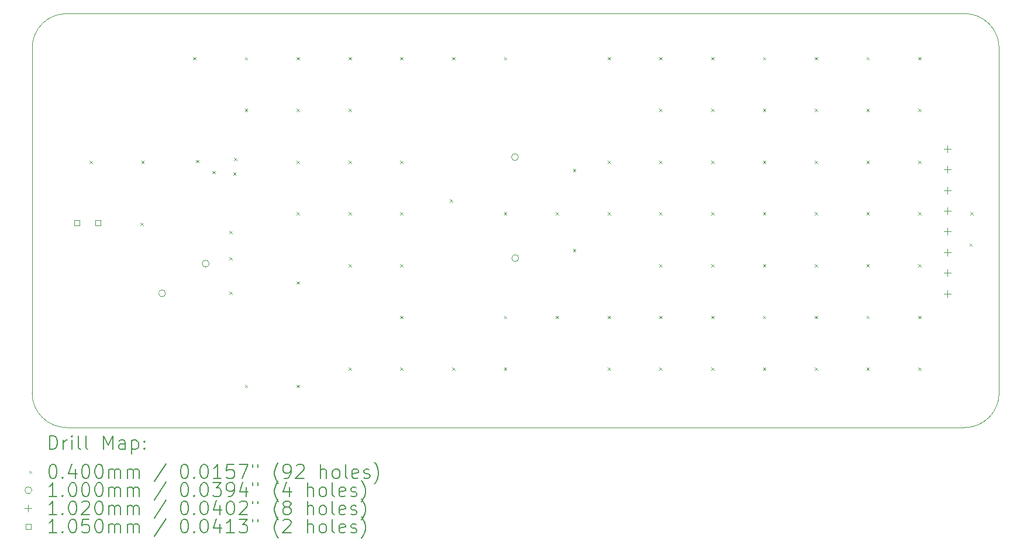
<source format=gbr>
%TF.GenerationSoftware,KiCad,Pcbnew,(6.0.7-1)-1*%
%TF.CreationDate,2022-12-12T00:26:39-05:00*%
%TF.ProjectId,HVPCB,48565043-422e-46b6-9963-61645f706362,rev?*%
%TF.SameCoordinates,Original*%
%TF.FileFunction,Drillmap*%
%TF.FilePolarity,Positive*%
%FSLAX45Y45*%
G04 Gerber Fmt 4.5, Leading zero omitted, Abs format (unit mm)*
G04 Created by KiCad (PCBNEW (6.0.7-1)-1) date 2022-12-12 00:26:39*
%MOMM*%
%LPD*%
G01*
G04 APERTURE LIST*
%ADD10C,0.100000*%
%ADD11C,0.200000*%
%ADD12C,0.040000*%
%ADD13C,0.102000*%
%ADD14C,0.104998*%
G04 APERTURE END LIST*
D10*
X21900000Y-6850000D02*
X21900000Y-11850000D01*
X8400000Y-6350000D02*
X21400000Y-6350000D01*
X7900000Y-11850000D02*
G75*
G03*
X8400000Y-12350000I500000J0D01*
G01*
X8400000Y-6350000D02*
G75*
G03*
X7900000Y-6850000I0J-500000D01*
G01*
X7900000Y-11850000D02*
X7900000Y-6850000D01*
X21400000Y-12350000D02*
G75*
G03*
X21900000Y-11850000I0J500000D01*
G01*
X21900000Y-6850000D02*
G75*
G03*
X21400000Y-6350000I-500000J0D01*
G01*
X21400000Y-12350000D02*
X8400000Y-12350000D01*
D11*
D12*
X8730000Y-8480000D02*
X8770000Y-8520000D01*
X8770000Y-8480000D02*
X8730000Y-8520000D01*
X9470000Y-9380000D02*
X9510000Y-9420000D01*
X9510000Y-9380000D02*
X9470000Y-9420000D01*
X9480000Y-8480000D02*
X9520000Y-8520000D01*
X9520000Y-8480000D02*
X9480000Y-8520000D01*
X10230000Y-6980000D02*
X10270000Y-7020000D01*
X10270000Y-6980000D02*
X10230000Y-7020000D01*
X10270000Y-8470000D02*
X10310000Y-8510000D01*
X10310000Y-8470000D02*
X10270000Y-8510000D01*
X10506979Y-8630048D02*
X10546979Y-8670048D01*
X10546979Y-8630048D02*
X10506979Y-8670048D01*
X10756979Y-9500048D02*
X10796979Y-9540048D01*
X10796979Y-9500048D02*
X10756979Y-9540048D01*
X10756979Y-9880048D02*
X10796979Y-9920048D01*
X10796979Y-9880048D02*
X10756979Y-9920048D01*
X10756979Y-10380048D02*
X10796979Y-10420048D01*
X10796979Y-10380048D02*
X10756979Y-10420048D01*
X10810000Y-8650000D02*
X10850000Y-8690000D01*
X10850000Y-8650000D02*
X10810000Y-8690000D01*
X10820000Y-8440000D02*
X10860000Y-8480000D01*
X10860000Y-8440000D02*
X10820000Y-8480000D01*
X10980000Y-6980000D02*
X11020000Y-7020000D01*
X11020000Y-6980000D02*
X10980000Y-7020000D01*
X10980000Y-7730000D02*
X11020000Y-7770000D01*
X11020000Y-7730000D02*
X10980000Y-7770000D01*
X10980000Y-11730000D02*
X11020000Y-11770000D01*
X11020000Y-11730000D02*
X10980000Y-11770000D01*
X11730000Y-6980000D02*
X11770000Y-7020000D01*
X11770000Y-6980000D02*
X11730000Y-7020000D01*
X11730000Y-7730000D02*
X11770000Y-7770000D01*
X11770000Y-7730000D02*
X11730000Y-7770000D01*
X11730000Y-8480000D02*
X11770000Y-8520000D01*
X11770000Y-8480000D02*
X11730000Y-8520000D01*
X11730000Y-9230000D02*
X11770000Y-9270000D01*
X11770000Y-9230000D02*
X11730000Y-9270000D01*
X11730000Y-10230000D02*
X11770000Y-10270000D01*
X11770000Y-10230000D02*
X11730000Y-10270000D01*
X11730000Y-11730000D02*
X11770000Y-11770000D01*
X11770000Y-11730000D02*
X11730000Y-11770000D01*
X12480000Y-6980000D02*
X12520000Y-7020000D01*
X12520000Y-6980000D02*
X12480000Y-7020000D01*
X12480000Y-7730000D02*
X12520000Y-7770000D01*
X12520000Y-7730000D02*
X12480000Y-7770000D01*
X12480000Y-8480000D02*
X12520000Y-8520000D01*
X12520000Y-8480000D02*
X12480000Y-8520000D01*
X12480000Y-9230000D02*
X12520000Y-9270000D01*
X12520000Y-9230000D02*
X12480000Y-9270000D01*
X12480000Y-9980000D02*
X12520000Y-10020000D01*
X12520000Y-9980000D02*
X12480000Y-10020000D01*
X12480000Y-11480000D02*
X12520000Y-11520000D01*
X12520000Y-11480000D02*
X12480000Y-11520000D01*
X13230000Y-6980000D02*
X13270000Y-7020000D01*
X13270000Y-6980000D02*
X13230000Y-7020000D01*
X13230000Y-8480000D02*
X13270000Y-8520000D01*
X13270000Y-8480000D02*
X13230000Y-8520000D01*
X13230000Y-9230000D02*
X13270000Y-9270000D01*
X13270000Y-9230000D02*
X13230000Y-9270000D01*
X13230000Y-9980000D02*
X13270000Y-10020000D01*
X13270000Y-9980000D02*
X13230000Y-10020000D01*
X13230000Y-10730000D02*
X13270000Y-10770000D01*
X13270000Y-10730000D02*
X13230000Y-10770000D01*
X13230000Y-11480000D02*
X13270000Y-11520000D01*
X13270000Y-11480000D02*
X13230000Y-11520000D01*
X13950000Y-9040000D02*
X13990000Y-9080000D01*
X13990000Y-9040000D02*
X13950000Y-9080000D01*
X13980000Y-6980000D02*
X14020000Y-7020000D01*
X14020000Y-6980000D02*
X13980000Y-7020000D01*
X13980000Y-11480000D02*
X14020000Y-11520000D01*
X14020000Y-11480000D02*
X13980000Y-11520000D01*
X14730000Y-6980000D02*
X14770000Y-7020000D01*
X14770000Y-6980000D02*
X14730000Y-7020000D01*
X14730000Y-9230000D02*
X14770000Y-9270000D01*
X14770000Y-9230000D02*
X14730000Y-9270000D01*
X14730000Y-10730000D02*
X14770000Y-10770000D01*
X14770000Y-10730000D02*
X14730000Y-10770000D01*
X14730000Y-11480000D02*
X14770000Y-11520000D01*
X14770000Y-11480000D02*
X14730000Y-11520000D01*
X15480000Y-9230000D02*
X15520000Y-9270000D01*
X15520000Y-9230000D02*
X15480000Y-9270000D01*
X15480000Y-10730000D02*
X15520000Y-10770000D01*
X15520000Y-10730000D02*
X15480000Y-10770000D01*
X15730000Y-8600000D02*
X15770000Y-8640000D01*
X15770000Y-8600000D02*
X15730000Y-8640000D01*
X15730000Y-9760000D02*
X15770000Y-9800000D01*
X15770000Y-9760000D02*
X15730000Y-9800000D01*
X16230000Y-6980000D02*
X16270000Y-7020000D01*
X16270000Y-6980000D02*
X16230000Y-7020000D01*
X16230000Y-8480000D02*
X16270000Y-8520000D01*
X16270000Y-8480000D02*
X16230000Y-8520000D01*
X16230000Y-9230000D02*
X16270000Y-9270000D01*
X16270000Y-9230000D02*
X16230000Y-9270000D01*
X16230000Y-10730000D02*
X16270000Y-10770000D01*
X16270000Y-10730000D02*
X16230000Y-10770000D01*
X16230000Y-11480000D02*
X16270000Y-11520000D01*
X16270000Y-11480000D02*
X16230000Y-11520000D01*
X16980000Y-6980000D02*
X17020000Y-7020000D01*
X17020000Y-6980000D02*
X16980000Y-7020000D01*
X16980000Y-7730000D02*
X17020000Y-7770000D01*
X17020000Y-7730000D02*
X16980000Y-7770000D01*
X16980000Y-8480000D02*
X17020000Y-8520000D01*
X17020000Y-8480000D02*
X16980000Y-8520000D01*
X16980000Y-9230000D02*
X17020000Y-9270000D01*
X17020000Y-9230000D02*
X16980000Y-9270000D01*
X16980000Y-9980000D02*
X17020000Y-10020000D01*
X17020000Y-9980000D02*
X16980000Y-10020000D01*
X16980000Y-10730000D02*
X17020000Y-10770000D01*
X17020000Y-10730000D02*
X16980000Y-10770000D01*
X16980000Y-11480000D02*
X17020000Y-11520000D01*
X17020000Y-11480000D02*
X16980000Y-11520000D01*
X17730000Y-6980000D02*
X17770000Y-7020000D01*
X17770000Y-6980000D02*
X17730000Y-7020000D01*
X17730000Y-7730000D02*
X17770000Y-7770000D01*
X17770000Y-7730000D02*
X17730000Y-7770000D01*
X17730000Y-8480000D02*
X17770000Y-8520000D01*
X17770000Y-8480000D02*
X17730000Y-8520000D01*
X17730000Y-9230000D02*
X17770000Y-9270000D01*
X17770000Y-9230000D02*
X17730000Y-9270000D01*
X17730000Y-9980000D02*
X17770000Y-10020000D01*
X17770000Y-9980000D02*
X17730000Y-10020000D01*
X17730000Y-10730000D02*
X17770000Y-10770000D01*
X17770000Y-10730000D02*
X17730000Y-10770000D01*
X17730000Y-11480000D02*
X17770000Y-11520000D01*
X17770000Y-11480000D02*
X17730000Y-11520000D01*
X18480000Y-6980000D02*
X18520000Y-7020000D01*
X18520000Y-6980000D02*
X18480000Y-7020000D01*
X18480000Y-7730000D02*
X18520000Y-7770000D01*
X18520000Y-7730000D02*
X18480000Y-7770000D01*
X18480000Y-8480000D02*
X18520000Y-8520000D01*
X18520000Y-8480000D02*
X18480000Y-8520000D01*
X18480000Y-9230000D02*
X18520000Y-9270000D01*
X18520000Y-9230000D02*
X18480000Y-9270000D01*
X18480000Y-9980000D02*
X18520000Y-10020000D01*
X18520000Y-9980000D02*
X18480000Y-10020000D01*
X18480000Y-10730000D02*
X18520000Y-10770000D01*
X18520000Y-10730000D02*
X18480000Y-10770000D01*
X18480000Y-11480000D02*
X18520000Y-11520000D01*
X18520000Y-11480000D02*
X18480000Y-11520000D01*
X19230000Y-6980000D02*
X19270000Y-7020000D01*
X19270000Y-6980000D02*
X19230000Y-7020000D01*
X19230000Y-7730000D02*
X19270000Y-7770000D01*
X19270000Y-7730000D02*
X19230000Y-7770000D01*
X19230000Y-8480000D02*
X19270000Y-8520000D01*
X19270000Y-8480000D02*
X19230000Y-8520000D01*
X19230000Y-9230000D02*
X19270000Y-9270000D01*
X19270000Y-9230000D02*
X19230000Y-9270000D01*
X19230000Y-9980000D02*
X19270000Y-10020000D01*
X19270000Y-9980000D02*
X19230000Y-10020000D01*
X19230000Y-10730000D02*
X19270000Y-10770000D01*
X19270000Y-10730000D02*
X19230000Y-10770000D01*
X19230000Y-11480000D02*
X19270000Y-11520000D01*
X19270000Y-11480000D02*
X19230000Y-11520000D01*
X19980000Y-6980000D02*
X20020000Y-7020000D01*
X20020000Y-6980000D02*
X19980000Y-7020000D01*
X19980000Y-7730000D02*
X20020000Y-7770000D01*
X20020000Y-7730000D02*
X19980000Y-7770000D01*
X19980000Y-8480000D02*
X20020000Y-8520000D01*
X20020000Y-8480000D02*
X19980000Y-8520000D01*
X19980000Y-9230000D02*
X20020000Y-9270000D01*
X20020000Y-9230000D02*
X19980000Y-9270000D01*
X19980000Y-9980000D02*
X20020000Y-10020000D01*
X20020000Y-9980000D02*
X19980000Y-10020000D01*
X19980000Y-10730000D02*
X20020000Y-10770000D01*
X20020000Y-10730000D02*
X19980000Y-10770000D01*
X19980000Y-11480000D02*
X20020000Y-11520000D01*
X20020000Y-11480000D02*
X19980000Y-11520000D01*
X20730000Y-6980000D02*
X20770000Y-7020000D01*
X20770000Y-6980000D02*
X20730000Y-7020000D01*
X20730000Y-7730000D02*
X20770000Y-7770000D01*
X20770000Y-7730000D02*
X20730000Y-7770000D01*
X20730000Y-8480000D02*
X20770000Y-8520000D01*
X20770000Y-8480000D02*
X20730000Y-8520000D01*
X20730000Y-9230000D02*
X20770000Y-9270000D01*
X20770000Y-9230000D02*
X20730000Y-9270000D01*
X20730000Y-9980000D02*
X20770000Y-10020000D01*
X20770000Y-9980000D02*
X20730000Y-10020000D01*
X20730000Y-10730000D02*
X20770000Y-10770000D01*
X20770000Y-10730000D02*
X20730000Y-10770000D01*
X20730000Y-11480000D02*
X20770000Y-11520000D01*
X20770000Y-11480000D02*
X20730000Y-11520000D01*
X21470000Y-9680000D02*
X21510000Y-9720000D01*
X21510000Y-9680000D02*
X21470000Y-9720000D01*
X21480000Y-9230000D02*
X21520000Y-9270000D01*
X21520000Y-9230000D02*
X21480000Y-9270000D01*
D10*
X9831979Y-10405048D02*
G75*
G03*
X9831979Y-10405048I-50000J0D01*
G01*
X10461979Y-9975048D02*
G75*
G03*
X10461979Y-9975048I-50000J0D01*
G01*
X14940000Y-8430000D02*
G75*
G03*
X14940000Y-8430000I-50000J0D01*
G01*
X14945000Y-9895000D02*
G75*
G03*
X14945000Y-9895000I-50000J0D01*
G01*
D13*
X21150000Y-8259000D02*
X21150000Y-8361000D01*
X21099000Y-8310000D02*
X21201000Y-8310000D01*
X21150000Y-8559000D02*
X21150000Y-8661000D01*
X21099000Y-8610000D02*
X21201000Y-8610000D01*
X21150000Y-8859000D02*
X21150000Y-8961000D01*
X21099000Y-8910000D02*
X21201000Y-8910000D01*
X21150000Y-9159000D02*
X21150000Y-9261000D01*
X21099000Y-9210000D02*
X21201000Y-9210000D01*
X21150000Y-9459000D02*
X21150000Y-9561000D01*
X21099000Y-9510000D02*
X21201000Y-9510000D01*
X21150000Y-9759000D02*
X21150000Y-9861000D01*
X21099000Y-9810000D02*
X21201000Y-9810000D01*
X21150000Y-10059000D02*
X21150000Y-10161000D01*
X21099000Y-10110000D02*
X21201000Y-10110000D01*
X21150000Y-10359000D02*
X21150000Y-10461000D01*
X21099000Y-10410000D02*
X21201000Y-10410000D01*
D14*
X8587524Y-9419676D02*
X8587524Y-9345430D01*
X8513278Y-9345430D01*
X8513278Y-9419676D01*
X8587524Y-9419676D01*
X8887524Y-9419676D02*
X8887524Y-9345430D01*
X8813278Y-9345430D01*
X8813278Y-9419676D01*
X8887524Y-9419676D01*
D11*
X8152619Y-12665476D02*
X8152619Y-12465476D01*
X8200238Y-12465476D01*
X8228809Y-12475000D01*
X8247857Y-12494048D01*
X8257381Y-12513095D01*
X8266905Y-12551190D01*
X8266905Y-12579762D01*
X8257381Y-12617857D01*
X8247857Y-12636905D01*
X8228809Y-12655952D01*
X8200238Y-12665476D01*
X8152619Y-12665476D01*
X8352619Y-12665476D02*
X8352619Y-12532143D01*
X8352619Y-12570238D02*
X8362143Y-12551190D01*
X8371667Y-12541667D01*
X8390714Y-12532143D01*
X8409762Y-12532143D01*
X8476429Y-12665476D02*
X8476429Y-12532143D01*
X8476429Y-12465476D02*
X8466905Y-12475000D01*
X8476429Y-12484524D01*
X8485952Y-12475000D01*
X8476429Y-12465476D01*
X8476429Y-12484524D01*
X8600238Y-12665476D02*
X8581190Y-12655952D01*
X8571667Y-12636905D01*
X8571667Y-12465476D01*
X8705000Y-12665476D02*
X8685952Y-12655952D01*
X8676429Y-12636905D01*
X8676429Y-12465476D01*
X8933571Y-12665476D02*
X8933571Y-12465476D01*
X9000238Y-12608333D01*
X9066905Y-12465476D01*
X9066905Y-12665476D01*
X9247857Y-12665476D02*
X9247857Y-12560714D01*
X9238333Y-12541667D01*
X9219286Y-12532143D01*
X9181190Y-12532143D01*
X9162143Y-12541667D01*
X9247857Y-12655952D02*
X9228810Y-12665476D01*
X9181190Y-12665476D01*
X9162143Y-12655952D01*
X9152619Y-12636905D01*
X9152619Y-12617857D01*
X9162143Y-12598809D01*
X9181190Y-12589286D01*
X9228810Y-12589286D01*
X9247857Y-12579762D01*
X9343095Y-12532143D02*
X9343095Y-12732143D01*
X9343095Y-12541667D02*
X9362143Y-12532143D01*
X9400238Y-12532143D01*
X9419286Y-12541667D01*
X9428810Y-12551190D01*
X9438333Y-12570238D01*
X9438333Y-12627381D01*
X9428810Y-12646428D01*
X9419286Y-12655952D01*
X9400238Y-12665476D01*
X9362143Y-12665476D01*
X9343095Y-12655952D01*
X9524048Y-12646428D02*
X9533571Y-12655952D01*
X9524048Y-12665476D01*
X9514524Y-12655952D01*
X9524048Y-12646428D01*
X9524048Y-12665476D01*
X9524048Y-12541667D02*
X9533571Y-12551190D01*
X9524048Y-12560714D01*
X9514524Y-12551190D01*
X9524048Y-12541667D01*
X9524048Y-12560714D01*
D12*
X7855000Y-12975000D02*
X7895000Y-13015000D01*
X7895000Y-12975000D02*
X7855000Y-13015000D01*
D11*
X8190714Y-12885476D02*
X8209762Y-12885476D01*
X8228809Y-12895000D01*
X8238333Y-12904524D01*
X8247857Y-12923571D01*
X8257381Y-12961667D01*
X8257381Y-13009286D01*
X8247857Y-13047381D01*
X8238333Y-13066428D01*
X8228809Y-13075952D01*
X8209762Y-13085476D01*
X8190714Y-13085476D01*
X8171667Y-13075952D01*
X8162143Y-13066428D01*
X8152619Y-13047381D01*
X8143095Y-13009286D01*
X8143095Y-12961667D01*
X8152619Y-12923571D01*
X8162143Y-12904524D01*
X8171667Y-12895000D01*
X8190714Y-12885476D01*
X8343095Y-13066428D02*
X8352619Y-13075952D01*
X8343095Y-13085476D01*
X8333571Y-13075952D01*
X8343095Y-13066428D01*
X8343095Y-13085476D01*
X8524048Y-12952143D02*
X8524048Y-13085476D01*
X8476429Y-12875952D02*
X8428810Y-13018809D01*
X8552619Y-13018809D01*
X8666905Y-12885476D02*
X8685952Y-12885476D01*
X8705000Y-12895000D01*
X8714524Y-12904524D01*
X8724048Y-12923571D01*
X8733571Y-12961667D01*
X8733571Y-13009286D01*
X8724048Y-13047381D01*
X8714524Y-13066428D01*
X8705000Y-13075952D01*
X8685952Y-13085476D01*
X8666905Y-13085476D01*
X8647857Y-13075952D01*
X8638333Y-13066428D01*
X8628810Y-13047381D01*
X8619286Y-13009286D01*
X8619286Y-12961667D01*
X8628810Y-12923571D01*
X8638333Y-12904524D01*
X8647857Y-12895000D01*
X8666905Y-12885476D01*
X8857381Y-12885476D02*
X8876429Y-12885476D01*
X8895476Y-12895000D01*
X8905000Y-12904524D01*
X8914524Y-12923571D01*
X8924048Y-12961667D01*
X8924048Y-13009286D01*
X8914524Y-13047381D01*
X8905000Y-13066428D01*
X8895476Y-13075952D01*
X8876429Y-13085476D01*
X8857381Y-13085476D01*
X8838333Y-13075952D01*
X8828810Y-13066428D01*
X8819286Y-13047381D01*
X8809762Y-13009286D01*
X8809762Y-12961667D01*
X8819286Y-12923571D01*
X8828810Y-12904524D01*
X8838333Y-12895000D01*
X8857381Y-12885476D01*
X9009762Y-13085476D02*
X9009762Y-12952143D01*
X9009762Y-12971190D02*
X9019286Y-12961667D01*
X9038333Y-12952143D01*
X9066905Y-12952143D01*
X9085952Y-12961667D01*
X9095476Y-12980714D01*
X9095476Y-13085476D01*
X9095476Y-12980714D02*
X9105000Y-12961667D01*
X9124048Y-12952143D01*
X9152619Y-12952143D01*
X9171667Y-12961667D01*
X9181190Y-12980714D01*
X9181190Y-13085476D01*
X9276429Y-13085476D02*
X9276429Y-12952143D01*
X9276429Y-12971190D02*
X9285952Y-12961667D01*
X9305000Y-12952143D01*
X9333571Y-12952143D01*
X9352619Y-12961667D01*
X9362143Y-12980714D01*
X9362143Y-13085476D01*
X9362143Y-12980714D02*
X9371667Y-12961667D01*
X9390714Y-12952143D01*
X9419286Y-12952143D01*
X9438333Y-12961667D01*
X9447857Y-12980714D01*
X9447857Y-13085476D01*
X9838333Y-12875952D02*
X9666905Y-13133095D01*
X10095476Y-12885476D02*
X10114524Y-12885476D01*
X10133571Y-12895000D01*
X10143095Y-12904524D01*
X10152619Y-12923571D01*
X10162143Y-12961667D01*
X10162143Y-13009286D01*
X10152619Y-13047381D01*
X10143095Y-13066428D01*
X10133571Y-13075952D01*
X10114524Y-13085476D01*
X10095476Y-13085476D01*
X10076429Y-13075952D01*
X10066905Y-13066428D01*
X10057381Y-13047381D01*
X10047857Y-13009286D01*
X10047857Y-12961667D01*
X10057381Y-12923571D01*
X10066905Y-12904524D01*
X10076429Y-12895000D01*
X10095476Y-12885476D01*
X10247857Y-13066428D02*
X10257381Y-13075952D01*
X10247857Y-13085476D01*
X10238333Y-13075952D01*
X10247857Y-13066428D01*
X10247857Y-13085476D01*
X10381190Y-12885476D02*
X10400238Y-12885476D01*
X10419286Y-12895000D01*
X10428810Y-12904524D01*
X10438333Y-12923571D01*
X10447857Y-12961667D01*
X10447857Y-13009286D01*
X10438333Y-13047381D01*
X10428810Y-13066428D01*
X10419286Y-13075952D01*
X10400238Y-13085476D01*
X10381190Y-13085476D01*
X10362143Y-13075952D01*
X10352619Y-13066428D01*
X10343095Y-13047381D01*
X10333571Y-13009286D01*
X10333571Y-12961667D01*
X10343095Y-12923571D01*
X10352619Y-12904524D01*
X10362143Y-12895000D01*
X10381190Y-12885476D01*
X10638333Y-13085476D02*
X10524048Y-13085476D01*
X10581190Y-13085476D02*
X10581190Y-12885476D01*
X10562143Y-12914048D01*
X10543095Y-12933095D01*
X10524048Y-12942619D01*
X10819286Y-12885476D02*
X10724048Y-12885476D01*
X10714524Y-12980714D01*
X10724048Y-12971190D01*
X10743095Y-12961667D01*
X10790714Y-12961667D01*
X10809762Y-12971190D01*
X10819286Y-12980714D01*
X10828810Y-12999762D01*
X10828810Y-13047381D01*
X10819286Y-13066428D01*
X10809762Y-13075952D01*
X10790714Y-13085476D01*
X10743095Y-13085476D01*
X10724048Y-13075952D01*
X10714524Y-13066428D01*
X10895476Y-12885476D02*
X11028810Y-12885476D01*
X10943095Y-13085476D01*
X11095476Y-12885476D02*
X11095476Y-12923571D01*
X11171667Y-12885476D02*
X11171667Y-12923571D01*
X11466905Y-13161667D02*
X11457381Y-13152143D01*
X11438333Y-13123571D01*
X11428809Y-13104524D01*
X11419286Y-13075952D01*
X11409762Y-13028333D01*
X11409762Y-12990238D01*
X11419286Y-12942619D01*
X11428809Y-12914048D01*
X11438333Y-12895000D01*
X11457381Y-12866428D01*
X11466905Y-12856905D01*
X11552619Y-13085476D02*
X11590714Y-13085476D01*
X11609762Y-13075952D01*
X11619286Y-13066428D01*
X11638333Y-13037857D01*
X11647857Y-12999762D01*
X11647857Y-12923571D01*
X11638333Y-12904524D01*
X11628809Y-12895000D01*
X11609762Y-12885476D01*
X11571667Y-12885476D01*
X11552619Y-12895000D01*
X11543095Y-12904524D01*
X11533571Y-12923571D01*
X11533571Y-12971190D01*
X11543095Y-12990238D01*
X11552619Y-12999762D01*
X11571667Y-13009286D01*
X11609762Y-13009286D01*
X11628809Y-12999762D01*
X11638333Y-12990238D01*
X11647857Y-12971190D01*
X11724048Y-12904524D02*
X11733571Y-12895000D01*
X11752619Y-12885476D01*
X11800238Y-12885476D01*
X11819286Y-12895000D01*
X11828809Y-12904524D01*
X11838333Y-12923571D01*
X11838333Y-12942619D01*
X11828809Y-12971190D01*
X11714524Y-13085476D01*
X11838333Y-13085476D01*
X12076428Y-13085476D02*
X12076428Y-12885476D01*
X12162143Y-13085476D02*
X12162143Y-12980714D01*
X12152619Y-12961667D01*
X12133571Y-12952143D01*
X12105000Y-12952143D01*
X12085952Y-12961667D01*
X12076428Y-12971190D01*
X12285952Y-13085476D02*
X12266905Y-13075952D01*
X12257381Y-13066428D01*
X12247857Y-13047381D01*
X12247857Y-12990238D01*
X12257381Y-12971190D01*
X12266905Y-12961667D01*
X12285952Y-12952143D01*
X12314524Y-12952143D01*
X12333571Y-12961667D01*
X12343095Y-12971190D01*
X12352619Y-12990238D01*
X12352619Y-13047381D01*
X12343095Y-13066428D01*
X12333571Y-13075952D01*
X12314524Y-13085476D01*
X12285952Y-13085476D01*
X12466905Y-13085476D02*
X12447857Y-13075952D01*
X12438333Y-13056905D01*
X12438333Y-12885476D01*
X12619286Y-13075952D02*
X12600238Y-13085476D01*
X12562143Y-13085476D01*
X12543095Y-13075952D01*
X12533571Y-13056905D01*
X12533571Y-12980714D01*
X12543095Y-12961667D01*
X12562143Y-12952143D01*
X12600238Y-12952143D01*
X12619286Y-12961667D01*
X12628809Y-12980714D01*
X12628809Y-12999762D01*
X12533571Y-13018809D01*
X12705000Y-13075952D02*
X12724048Y-13085476D01*
X12762143Y-13085476D01*
X12781190Y-13075952D01*
X12790714Y-13056905D01*
X12790714Y-13047381D01*
X12781190Y-13028333D01*
X12762143Y-13018809D01*
X12733571Y-13018809D01*
X12714524Y-13009286D01*
X12705000Y-12990238D01*
X12705000Y-12980714D01*
X12714524Y-12961667D01*
X12733571Y-12952143D01*
X12762143Y-12952143D01*
X12781190Y-12961667D01*
X12857381Y-13161667D02*
X12866905Y-13152143D01*
X12885952Y-13123571D01*
X12895476Y-13104524D01*
X12905000Y-13075952D01*
X12914524Y-13028333D01*
X12914524Y-12990238D01*
X12905000Y-12942619D01*
X12895476Y-12914048D01*
X12885952Y-12895000D01*
X12866905Y-12866428D01*
X12857381Y-12856905D01*
D10*
X7895000Y-13259000D02*
G75*
G03*
X7895000Y-13259000I-50000J0D01*
G01*
D11*
X8257381Y-13349476D02*
X8143095Y-13349476D01*
X8200238Y-13349476D02*
X8200238Y-13149476D01*
X8181190Y-13178048D01*
X8162143Y-13197095D01*
X8143095Y-13206619D01*
X8343095Y-13330428D02*
X8352619Y-13339952D01*
X8343095Y-13349476D01*
X8333571Y-13339952D01*
X8343095Y-13330428D01*
X8343095Y-13349476D01*
X8476429Y-13149476D02*
X8495476Y-13149476D01*
X8514524Y-13159000D01*
X8524048Y-13168524D01*
X8533571Y-13187571D01*
X8543095Y-13225667D01*
X8543095Y-13273286D01*
X8533571Y-13311381D01*
X8524048Y-13330428D01*
X8514524Y-13339952D01*
X8495476Y-13349476D01*
X8476429Y-13349476D01*
X8457381Y-13339952D01*
X8447857Y-13330428D01*
X8438333Y-13311381D01*
X8428810Y-13273286D01*
X8428810Y-13225667D01*
X8438333Y-13187571D01*
X8447857Y-13168524D01*
X8457381Y-13159000D01*
X8476429Y-13149476D01*
X8666905Y-13149476D02*
X8685952Y-13149476D01*
X8705000Y-13159000D01*
X8714524Y-13168524D01*
X8724048Y-13187571D01*
X8733571Y-13225667D01*
X8733571Y-13273286D01*
X8724048Y-13311381D01*
X8714524Y-13330428D01*
X8705000Y-13339952D01*
X8685952Y-13349476D01*
X8666905Y-13349476D01*
X8647857Y-13339952D01*
X8638333Y-13330428D01*
X8628810Y-13311381D01*
X8619286Y-13273286D01*
X8619286Y-13225667D01*
X8628810Y-13187571D01*
X8638333Y-13168524D01*
X8647857Y-13159000D01*
X8666905Y-13149476D01*
X8857381Y-13149476D02*
X8876429Y-13149476D01*
X8895476Y-13159000D01*
X8905000Y-13168524D01*
X8914524Y-13187571D01*
X8924048Y-13225667D01*
X8924048Y-13273286D01*
X8914524Y-13311381D01*
X8905000Y-13330428D01*
X8895476Y-13339952D01*
X8876429Y-13349476D01*
X8857381Y-13349476D01*
X8838333Y-13339952D01*
X8828810Y-13330428D01*
X8819286Y-13311381D01*
X8809762Y-13273286D01*
X8809762Y-13225667D01*
X8819286Y-13187571D01*
X8828810Y-13168524D01*
X8838333Y-13159000D01*
X8857381Y-13149476D01*
X9009762Y-13349476D02*
X9009762Y-13216143D01*
X9009762Y-13235190D02*
X9019286Y-13225667D01*
X9038333Y-13216143D01*
X9066905Y-13216143D01*
X9085952Y-13225667D01*
X9095476Y-13244714D01*
X9095476Y-13349476D01*
X9095476Y-13244714D02*
X9105000Y-13225667D01*
X9124048Y-13216143D01*
X9152619Y-13216143D01*
X9171667Y-13225667D01*
X9181190Y-13244714D01*
X9181190Y-13349476D01*
X9276429Y-13349476D02*
X9276429Y-13216143D01*
X9276429Y-13235190D02*
X9285952Y-13225667D01*
X9305000Y-13216143D01*
X9333571Y-13216143D01*
X9352619Y-13225667D01*
X9362143Y-13244714D01*
X9362143Y-13349476D01*
X9362143Y-13244714D02*
X9371667Y-13225667D01*
X9390714Y-13216143D01*
X9419286Y-13216143D01*
X9438333Y-13225667D01*
X9447857Y-13244714D01*
X9447857Y-13349476D01*
X9838333Y-13139952D02*
X9666905Y-13397095D01*
X10095476Y-13149476D02*
X10114524Y-13149476D01*
X10133571Y-13159000D01*
X10143095Y-13168524D01*
X10152619Y-13187571D01*
X10162143Y-13225667D01*
X10162143Y-13273286D01*
X10152619Y-13311381D01*
X10143095Y-13330428D01*
X10133571Y-13339952D01*
X10114524Y-13349476D01*
X10095476Y-13349476D01*
X10076429Y-13339952D01*
X10066905Y-13330428D01*
X10057381Y-13311381D01*
X10047857Y-13273286D01*
X10047857Y-13225667D01*
X10057381Y-13187571D01*
X10066905Y-13168524D01*
X10076429Y-13159000D01*
X10095476Y-13149476D01*
X10247857Y-13330428D02*
X10257381Y-13339952D01*
X10247857Y-13349476D01*
X10238333Y-13339952D01*
X10247857Y-13330428D01*
X10247857Y-13349476D01*
X10381190Y-13149476D02*
X10400238Y-13149476D01*
X10419286Y-13159000D01*
X10428810Y-13168524D01*
X10438333Y-13187571D01*
X10447857Y-13225667D01*
X10447857Y-13273286D01*
X10438333Y-13311381D01*
X10428810Y-13330428D01*
X10419286Y-13339952D01*
X10400238Y-13349476D01*
X10381190Y-13349476D01*
X10362143Y-13339952D01*
X10352619Y-13330428D01*
X10343095Y-13311381D01*
X10333571Y-13273286D01*
X10333571Y-13225667D01*
X10343095Y-13187571D01*
X10352619Y-13168524D01*
X10362143Y-13159000D01*
X10381190Y-13149476D01*
X10514524Y-13149476D02*
X10638333Y-13149476D01*
X10571667Y-13225667D01*
X10600238Y-13225667D01*
X10619286Y-13235190D01*
X10628810Y-13244714D01*
X10638333Y-13263762D01*
X10638333Y-13311381D01*
X10628810Y-13330428D01*
X10619286Y-13339952D01*
X10600238Y-13349476D01*
X10543095Y-13349476D01*
X10524048Y-13339952D01*
X10514524Y-13330428D01*
X10733571Y-13349476D02*
X10771667Y-13349476D01*
X10790714Y-13339952D01*
X10800238Y-13330428D01*
X10819286Y-13301857D01*
X10828810Y-13263762D01*
X10828810Y-13187571D01*
X10819286Y-13168524D01*
X10809762Y-13159000D01*
X10790714Y-13149476D01*
X10752619Y-13149476D01*
X10733571Y-13159000D01*
X10724048Y-13168524D01*
X10714524Y-13187571D01*
X10714524Y-13235190D01*
X10724048Y-13254238D01*
X10733571Y-13263762D01*
X10752619Y-13273286D01*
X10790714Y-13273286D01*
X10809762Y-13263762D01*
X10819286Y-13254238D01*
X10828810Y-13235190D01*
X11000238Y-13216143D02*
X11000238Y-13349476D01*
X10952619Y-13139952D02*
X10905000Y-13282809D01*
X11028810Y-13282809D01*
X11095476Y-13149476D02*
X11095476Y-13187571D01*
X11171667Y-13149476D02*
X11171667Y-13187571D01*
X11466905Y-13425667D02*
X11457381Y-13416143D01*
X11438333Y-13387571D01*
X11428809Y-13368524D01*
X11419286Y-13339952D01*
X11409762Y-13292333D01*
X11409762Y-13254238D01*
X11419286Y-13206619D01*
X11428809Y-13178048D01*
X11438333Y-13159000D01*
X11457381Y-13130428D01*
X11466905Y-13120905D01*
X11628809Y-13216143D02*
X11628809Y-13349476D01*
X11581190Y-13139952D02*
X11533571Y-13282809D01*
X11657381Y-13282809D01*
X11885952Y-13349476D02*
X11885952Y-13149476D01*
X11971667Y-13349476D02*
X11971667Y-13244714D01*
X11962143Y-13225667D01*
X11943095Y-13216143D01*
X11914524Y-13216143D01*
X11895476Y-13225667D01*
X11885952Y-13235190D01*
X12095476Y-13349476D02*
X12076428Y-13339952D01*
X12066905Y-13330428D01*
X12057381Y-13311381D01*
X12057381Y-13254238D01*
X12066905Y-13235190D01*
X12076428Y-13225667D01*
X12095476Y-13216143D01*
X12124048Y-13216143D01*
X12143095Y-13225667D01*
X12152619Y-13235190D01*
X12162143Y-13254238D01*
X12162143Y-13311381D01*
X12152619Y-13330428D01*
X12143095Y-13339952D01*
X12124048Y-13349476D01*
X12095476Y-13349476D01*
X12276428Y-13349476D02*
X12257381Y-13339952D01*
X12247857Y-13320905D01*
X12247857Y-13149476D01*
X12428809Y-13339952D02*
X12409762Y-13349476D01*
X12371667Y-13349476D01*
X12352619Y-13339952D01*
X12343095Y-13320905D01*
X12343095Y-13244714D01*
X12352619Y-13225667D01*
X12371667Y-13216143D01*
X12409762Y-13216143D01*
X12428809Y-13225667D01*
X12438333Y-13244714D01*
X12438333Y-13263762D01*
X12343095Y-13282809D01*
X12514524Y-13339952D02*
X12533571Y-13349476D01*
X12571667Y-13349476D01*
X12590714Y-13339952D01*
X12600238Y-13320905D01*
X12600238Y-13311381D01*
X12590714Y-13292333D01*
X12571667Y-13282809D01*
X12543095Y-13282809D01*
X12524048Y-13273286D01*
X12514524Y-13254238D01*
X12514524Y-13244714D01*
X12524048Y-13225667D01*
X12543095Y-13216143D01*
X12571667Y-13216143D01*
X12590714Y-13225667D01*
X12666905Y-13425667D02*
X12676428Y-13416143D01*
X12695476Y-13387571D01*
X12705000Y-13368524D01*
X12714524Y-13339952D01*
X12724048Y-13292333D01*
X12724048Y-13254238D01*
X12714524Y-13206619D01*
X12705000Y-13178048D01*
X12695476Y-13159000D01*
X12676428Y-13130428D01*
X12666905Y-13120905D01*
D13*
X7844000Y-13472000D02*
X7844000Y-13574000D01*
X7793000Y-13523000D02*
X7895000Y-13523000D01*
D11*
X8257381Y-13613476D02*
X8143095Y-13613476D01*
X8200238Y-13613476D02*
X8200238Y-13413476D01*
X8181190Y-13442048D01*
X8162143Y-13461095D01*
X8143095Y-13470619D01*
X8343095Y-13594428D02*
X8352619Y-13603952D01*
X8343095Y-13613476D01*
X8333571Y-13603952D01*
X8343095Y-13594428D01*
X8343095Y-13613476D01*
X8476429Y-13413476D02*
X8495476Y-13413476D01*
X8514524Y-13423000D01*
X8524048Y-13432524D01*
X8533571Y-13451571D01*
X8543095Y-13489667D01*
X8543095Y-13537286D01*
X8533571Y-13575381D01*
X8524048Y-13594428D01*
X8514524Y-13603952D01*
X8495476Y-13613476D01*
X8476429Y-13613476D01*
X8457381Y-13603952D01*
X8447857Y-13594428D01*
X8438333Y-13575381D01*
X8428810Y-13537286D01*
X8428810Y-13489667D01*
X8438333Y-13451571D01*
X8447857Y-13432524D01*
X8457381Y-13423000D01*
X8476429Y-13413476D01*
X8619286Y-13432524D02*
X8628810Y-13423000D01*
X8647857Y-13413476D01*
X8695476Y-13413476D01*
X8714524Y-13423000D01*
X8724048Y-13432524D01*
X8733571Y-13451571D01*
X8733571Y-13470619D01*
X8724048Y-13499190D01*
X8609762Y-13613476D01*
X8733571Y-13613476D01*
X8857381Y-13413476D02*
X8876429Y-13413476D01*
X8895476Y-13423000D01*
X8905000Y-13432524D01*
X8914524Y-13451571D01*
X8924048Y-13489667D01*
X8924048Y-13537286D01*
X8914524Y-13575381D01*
X8905000Y-13594428D01*
X8895476Y-13603952D01*
X8876429Y-13613476D01*
X8857381Y-13613476D01*
X8838333Y-13603952D01*
X8828810Y-13594428D01*
X8819286Y-13575381D01*
X8809762Y-13537286D01*
X8809762Y-13489667D01*
X8819286Y-13451571D01*
X8828810Y-13432524D01*
X8838333Y-13423000D01*
X8857381Y-13413476D01*
X9009762Y-13613476D02*
X9009762Y-13480143D01*
X9009762Y-13499190D02*
X9019286Y-13489667D01*
X9038333Y-13480143D01*
X9066905Y-13480143D01*
X9085952Y-13489667D01*
X9095476Y-13508714D01*
X9095476Y-13613476D01*
X9095476Y-13508714D02*
X9105000Y-13489667D01*
X9124048Y-13480143D01*
X9152619Y-13480143D01*
X9171667Y-13489667D01*
X9181190Y-13508714D01*
X9181190Y-13613476D01*
X9276429Y-13613476D02*
X9276429Y-13480143D01*
X9276429Y-13499190D02*
X9285952Y-13489667D01*
X9305000Y-13480143D01*
X9333571Y-13480143D01*
X9352619Y-13489667D01*
X9362143Y-13508714D01*
X9362143Y-13613476D01*
X9362143Y-13508714D02*
X9371667Y-13489667D01*
X9390714Y-13480143D01*
X9419286Y-13480143D01*
X9438333Y-13489667D01*
X9447857Y-13508714D01*
X9447857Y-13613476D01*
X9838333Y-13403952D02*
X9666905Y-13661095D01*
X10095476Y-13413476D02*
X10114524Y-13413476D01*
X10133571Y-13423000D01*
X10143095Y-13432524D01*
X10152619Y-13451571D01*
X10162143Y-13489667D01*
X10162143Y-13537286D01*
X10152619Y-13575381D01*
X10143095Y-13594428D01*
X10133571Y-13603952D01*
X10114524Y-13613476D01*
X10095476Y-13613476D01*
X10076429Y-13603952D01*
X10066905Y-13594428D01*
X10057381Y-13575381D01*
X10047857Y-13537286D01*
X10047857Y-13489667D01*
X10057381Y-13451571D01*
X10066905Y-13432524D01*
X10076429Y-13423000D01*
X10095476Y-13413476D01*
X10247857Y-13594428D02*
X10257381Y-13603952D01*
X10247857Y-13613476D01*
X10238333Y-13603952D01*
X10247857Y-13594428D01*
X10247857Y-13613476D01*
X10381190Y-13413476D02*
X10400238Y-13413476D01*
X10419286Y-13423000D01*
X10428810Y-13432524D01*
X10438333Y-13451571D01*
X10447857Y-13489667D01*
X10447857Y-13537286D01*
X10438333Y-13575381D01*
X10428810Y-13594428D01*
X10419286Y-13603952D01*
X10400238Y-13613476D01*
X10381190Y-13613476D01*
X10362143Y-13603952D01*
X10352619Y-13594428D01*
X10343095Y-13575381D01*
X10333571Y-13537286D01*
X10333571Y-13489667D01*
X10343095Y-13451571D01*
X10352619Y-13432524D01*
X10362143Y-13423000D01*
X10381190Y-13413476D01*
X10619286Y-13480143D02*
X10619286Y-13613476D01*
X10571667Y-13403952D02*
X10524048Y-13546809D01*
X10647857Y-13546809D01*
X10762143Y-13413476D02*
X10781190Y-13413476D01*
X10800238Y-13423000D01*
X10809762Y-13432524D01*
X10819286Y-13451571D01*
X10828810Y-13489667D01*
X10828810Y-13537286D01*
X10819286Y-13575381D01*
X10809762Y-13594428D01*
X10800238Y-13603952D01*
X10781190Y-13613476D01*
X10762143Y-13613476D01*
X10743095Y-13603952D01*
X10733571Y-13594428D01*
X10724048Y-13575381D01*
X10714524Y-13537286D01*
X10714524Y-13489667D01*
X10724048Y-13451571D01*
X10733571Y-13432524D01*
X10743095Y-13423000D01*
X10762143Y-13413476D01*
X10905000Y-13432524D02*
X10914524Y-13423000D01*
X10933571Y-13413476D01*
X10981190Y-13413476D01*
X11000238Y-13423000D01*
X11009762Y-13432524D01*
X11019286Y-13451571D01*
X11019286Y-13470619D01*
X11009762Y-13499190D01*
X10895476Y-13613476D01*
X11019286Y-13613476D01*
X11095476Y-13413476D02*
X11095476Y-13451571D01*
X11171667Y-13413476D02*
X11171667Y-13451571D01*
X11466905Y-13689667D02*
X11457381Y-13680143D01*
X11438333Y-13651571D01*
X11428809Y-13632524D01*
X11419286Y-13603952D01*
X11409762Y-13556333D01*
X11409762Y-13518238D01*
X11419286Y-13470619D01*
X11428809Y-13442048D01*
X11438333Y-13423000D01*
X11457381Y-13394428D01*
X11466905Y-13384905D01*
X11571667Y-13499190D02*
X11552619Y-13489667D01*
X11543095Y-13480143D01*
X11533571Y-13461095D01*
X11533571Y-13451571D01*
X11543095Y-13432524D01*
X11552619Y-13423000D01*
X11571667Y-13413476D01*
X11609762Y-13413476D01*
X11628809Y-13423000D01*
X11638333Y-13432524D01*
X11647857Y-13451571D01*
X11647857Y-13461095D01*
X11638333Y-13480143D01*
X11628809Y-13489667D01*
X11609762Y-13499190D01*
X11571667Y-13499190D01*
X11552619Y-13508714D01*
X11543095Y-13518238D01*
X11533571Y-13537286D01*
X11533571Y-13575381D01*
X11543095Y-13594428D01*
X11552619Y-13603952D01*
X11571667Y-13613476D01*
X11609762Y-13613476D01*
X11628809Y-13603952D01*
X11638333Y-13594428D01*
X11647857Y-13575381D01*
X11647857Y-13537286D01*
X11638333Y-13518238D01*
X11628809Y-13508714D01*
X11609762Y-13499190D01*
X11885952Y-13613476D02*
X11885952Y-13413476D01*
X11971667Y-13613476D02*
X11971667Y-13508714D01*
X11962143Y-13489667D01*
X11943095Y-13480143D01*
X11914524Y-13480143D01*
X11895476Y-13489667D01*
X11885952Y-13499190D01*
X12095476Y-13613476D02*
X12076428Y-13603952D01*
X12066905Y-13594428D01*
X12057381Y-13575381D01*
X12057381Y-13518238D01*
X12066905Y-13499190D01*
X12076428Y-13489667D01*
X12095476Y-13480143D01*
X12124048Y-13480143D01*
X12143095Y-13489667D01*
X12152619Y-13499190D01*
X12162143Y-13518238D01*
X12162143Y-13575381D01*
X12152619Y-13594428D01*
X12143095Y-13603952D01*
X12124048Y-13613476D01*
X12095476Y-13613476D01*
X12276428Y-13613476D02*
X12257381Y-13603952D01*
X12247857Y-13584905D01*
X12247857Y-13413476D01*
X12428809Y-13603952D02*
X12409762Y-13613476D01*
X12371667Y-13613476D01*
X12352619Y-13603952D01*
X12343095Y-13584905D01*
X12343095Y-13508714D01*
X12352619Y-13489667D01*
X12371667Y-13480143D01*
X12409762Y-13480143D01*
X12428809Y-13489667D01*
X12438333Y-13508714D01*
X12438333Y-13527762D01*
X12343095Y-13546809D01*
X12514524Y-13603952D02*
X12533571Y-13613476D01*
X12571667Y-13613476D01*
X12590714Y-13603952D01*
X12600238Y-13584905D01*
X12600238Y-13575381D01*
X12590714Y-13556333D01*
X12571667Y-13546809D01*
X12543095Y-13546809D01*
X12524048Y-13537286D01*
X12514524Y-13518238D01*
X12514524Y-13508714D01*
X12524048Y-13489667D01*
X12543095Y-13480143D01*
X12571667Y-13480143D01*
X12590714Y-13489667D01*
X12666905Y-13689667D02*
X12676428Y-13680143D01*
X12695476Y-13651571D01*
X12705000Y-13632524D01*
X12714524Y-13603952D01*
X12724048Y-13556333D01*
X12724048Y-13518238D01*
X12714524Y-13470619D01*
X12705000Y-13442048D01*
X12695476Y-13423000D01*
X12676428Y-13394428D01*
X12666905Y-13384905D01*
D14*
X7879624Y-13824123D02*
X7879624Y-13749877D01*
X7805378Y-13749877D01*
X7805378Y-13824123D01*
X7879624Y-13824123D01*
D11*
X8257381Y-13877476D02*
X8143095Y-13877476D01*
X8200238Y-13877476D02*
X8200238Y-13677476D01*
X8181190Y-13706048D01*
X8162143Y-13725095D01*
X8143095Y-13734619D01*
X8343095Y-13858428D02*
X8352619Y-13867952D01*
X8343095Y-13877476D01*
X8333571Y-13867952D01*
X8343095Y-13858428D01*
X8343095Y-13877476D01*
X8476429Y-13677476D02*
X8495476Y-13677476D01*
X8514524Y-13687000D01*
X8524048Y-13696524D01*
X8533571Y-13715571D01*
X8543095Y-13753667D01*
X8543095Y-13801286D01*
X8533571Y-13839381D01*
X8524048Y-13858428D01*
X8514524Y-13867952D01*
X8495476Y-13877476D01*
X8476429Y-13877476D01*
X8457381Y-13867952D01*
X8447857Y-13858428D01*
X8438333Y-13839381D01*
X8428810Y-13801286D01*
X8428810Y-13753667D01*
X8438333Y-13715571D01*
X8447857Y-13696524D01*
X8457381Y-13687000D01*
X8476429Y-13677476D01*
X8724048Y-13677476D02*
X8628810Y-13677476D01*
X8619286Y-13772714D01*
X8628810Y-13763190D01*
X8647857Y-13753667D01*
X8695476Y-13753667D01*
X8714524Y-13763190D01*
X8724048Y-13772714D01*
X8733571Y-13791762D01*
X8733571Y-13839381D01*
X8724048Y-13858428D01*
X8714524Y-13867952D01*
X8695476Y-13877476D01*
X8647857Y-13877476D01*
X8628810Y-13867952D01*
X8619286Y-13858428D01*
X8857381Y-13677476D02*
X8876429Y-13677476D01*
X8895476Y-13687000D01*
X8905000Y-13696524D01*
X8914524Y-13715571D01*
X8924048Y-13753667D01*
X8924048Y-13801286D01*
X8914524Y-13839381D01*
X8905000Y-13858428D01*
X8895476Y-13867952D01*
X8876429Y-13877476D01*
X8857381Y-13877476D01*
X8838333Y-13867952D01*
X8828810Y-13858428D01*
X8819286Y-13839381D01*
X8809762Y-13801286D01*
X8809762Y-13753667D01*
X8819286Y-13715571D01*
X8828810Y-13696524D01*
X8838333Y-13687000D01*
X8857381Y-13677476D01*
X9009762Y-13877476D02*
X9009762Y-13744143D01*
X9009762Y-13763190D02*
X9019286Y-13753667D01*
X9038333Y-13744143D01*
X9066905Y-13744143D01*
X9085952Y-13753667D01*
X9095476Y-13772714D01*
X9095476Y-13877476D01*
X9095476Y-13772714D02*
X9105000Y-13753667D01*
X9124048Y-13744143D01*
X9152619Y-13744143D01*
X9171667Y-13753667D01*
X9181190Y-13772714D01*
X9181190Y-13877476D01*
X9276429Y-13877476D02*
X9276429Y-13744143D01*
X9276429Y-13763190D02*
X9285952Y-13753667D01*
X9305000Y-13744143D01*
X9333571Y-13744143D01*
X9352619Y-13753667D01*
X9362143Y-13772714D01*
X9362143Y-13877476D01*
X9362143Y-13772714D02*
X9371667Y-13753667D01*
X9390714Y-13744143D01*
X9419286Y-13744143D01*
X9438333Y-13753667D01*
X9447857Y-13772714D01*
X9447857Y-13877476D01*
X9838333Y-13667952D02*
X9666905Y-13925095D01*
X10095476Y-13677476D02*
X10114524Y-13677476D01*
X10133571Y-13687000D01*
X10143095Y-13696524D01*
X10152619Y-13715571D01*
X10162143Y-13753667D01*
X10162143Y-13801286D01*
X10152619Y-13839381D01*
X10143095Y-13858428D01*
X10133571Y-13867952D01*
X10114524Y-13877476D01*
X10095476Y-13877476D01*
X10076429Y-13867952D01*
X10066905Y-13858428D01*
X10057381Y-13839381D01*
X10047857Y-13801286D01*
X10047857Y-13753667D01*
X10057381Y-13715571D01*
X10066905Y-13696524D01*
X10076429Y-13687000D01*
X10095476Y-13677476D01*
X10247857Y-13858428D02*
X10257381Y-13867952D01*
X10247857Y-13877476D01*
X10238333Y-13867952D01*
X10247857Y-13858428D01*
X10247857Y-13877476D01*
X10381190Y-13677476D02*
X10400238Y-13677476D01*
X10419286Y-13687000D01*
X10428810Y-13696524D01*
X10438333Y-13715571D01*
X10447857Y-13753667D01*
X10447857Y-13801286D01*
X10438333Y-13839381D01*
X10428810Y-13858428D01*
X10419286Y-13867952D01*
X10400238Y-13877476D01*
X10381190Y-13877476D01*
X10362143Y-13867952D01*
X10352619Y-13858428D01*
X10343095Y-13839381D01*
X10333571Y-13801286D01*
X10333571Y-13753667D01*
X10343095Y-13715571D01*
X10352619Y-13696524D01*
X10362143Y-13687000D01*
X10381190Y-13677476D01*
X10619286Y-13744143D02*
X10619286Y-13877476D01*
X10571667Y-13667952D02*
X10524048Y-13810809D01*
X10647857Y-13810809D01*
X10828810Y-13877476D02*
X10714524Y-13877476D01*
X10771667Y-13877476D02*
X10771667Y-13677476D01*
X10752619Y-13706048D01*
X10733571Y-13725095D01*
X10714524Y-13734619D01*
X10895476Y-13677476D02*
X11019286Y-13677476D01*
X10952619Y-13753667D01*
X10981190Y-13753667D01*
X11000238Y-13763190D01*
X11009762Y-13772714D01*
X11019286Y-13791762D01*
X11019286Y-13839381D01*
X11009762Y-13858428D01*
X11000238Y-13867952D01*
X10981190Y-13877476D01*
X10924048Y-13877476D01*
X10905000Y-13867952D01*
X10895476Y-13858428D01*
X11095476Y-13677476D02*
X11095476Y-13715571D01*
X11171667Y-13677476D02*
X11171667Y-13715571D01*
X11466905Y-13953667D02*
X11457381Y-13944143D01*
X11438333Y-13915571D01*
X11428809Y-13896524D01*
X11419286Y-13867952D01*
X11409762Y-13820333D01*
X11409762Y-13782238D01*
X11419286Y-13734619D01*
X11428809Y-13706048D01*
X11438333Y-13687000D01*
X11457381Y-13658428D01*
X11466905Y-13648905D01*
X11533571Y-13696524D02*
X11543095Y-13687000D01*
X11562143Y-13677476D01*
X11609762Y-13677476D01*
X11628809Y-13687000D01*
X11638333Y-13696524D01*
X11647857Y-13715571D01*
X11647857Y-13734619D01*
X11638333Y-13763190D01*
X11524048Y-13877476D01*
X11647857Y-13877476D01*
X11885952Y-13877476D02*
X11885952Y-13677476D01*
X11971667Y-13877476D02*
X11971667Y-13772714D01*
X11962143Y-13753667D01*
X11943095Y-13744143D01*
X11914524Y-13744143D01*
X11895476Y-13753667D01*
X11885952Y-13763190D01*
X12095476Y-13877476D02*
X12076428Y-13867952D01*
X12066905Y-13858428D01*
X12057381Y-13839381D01*
X12057381Y-13782238D01*
X12066905Y-13763190D01*
X12076428Y-13753667D01*
X12095476Y-13744143D01*
X12124048Y-13744143D01*
X12143095Y-13753667D01*
X12152619Y-13763190D01*
X12162143Y-13782238D01*
X12162143Y-13839381D01*
X12152619Y-13858428D01*
X12143095Y-13867952D01*
X12124048Y-13877476D01*
X12095476Y-13877476D01*
X12276428Y-13877476D02*
X12257381Y-13867952D01*
X12247857Y-13848905D01*
X12247857Y-13677476D01*
X12428809Y-13867952D02*
X12409762Y-13877476D01*
X12371667Y-13877476D01*
X12352619Y-13867952D01*
X12343095Y-13848905D01*
X12343095Y-13772714D01*
X12352619Y-13753667D01*
X12371667Y-13744143D01*
X12409762Y-13744143D01*
X12428809Y-13753667D01*
X12438333Y-13772714D01*
X12438333Y-13791762D01*
X12343095Y-13810809D01*
X12514524Y-13867952D02*
X12533571Y-13877476D01*
X12571667Y-13877476D01*
X12590714Y-13867952D01*
X12600238Y-13848905D01*
X12600238Y-13839381D01*
X12590714Y-13820333D01*
X12571667Y-13810809D01*
X12543095Y-13810809D01*
X12524048Y-13801286D01*
X12514524Y-13782238D01*
X12514524Y-13772714D01*
X12524048Y-13753667D01*
X12543095Y-13744143D01*
X12571667Y-13744143D01*
X12590714Y-13753667D01*
X12666905Y-13953667D02*
X12676428Y-13944143D01*
X12695476Y-13915571D01*
X12705000Y-13896524D01*
X12714524Y-13867952D01*
X12724048Y-13820333D01*
X12724048Y-13782238D01*
X12714524Y-13734619D01*
X12705000Y-13706048D01*
X12695476Y-13687000D01*
X12676428Y-13658428D01*
X12666905Y-13648905D01*
M02*

</source>
